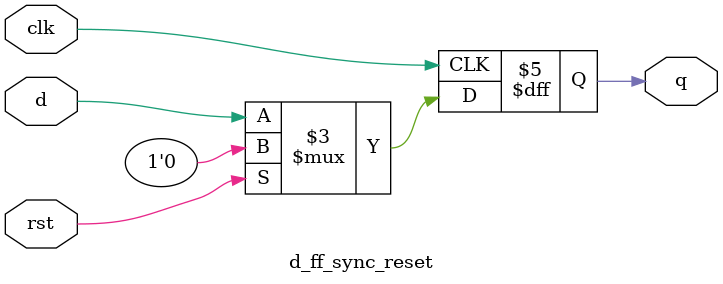
<source format=sv>
module d_ff_sync_reset (
    input wire clk,
    input wire rst,
    input wire d,
    output reg q
);
    // 直接在输出处进行寄存操作，而不是在输入处
    always @(posedge clk) begin
        // 复位逻辑直接在这里处理，无需单独的rst_reg
        if (rst)
            q <= 1'b0;
        else
            q <= d;
    end
    
endmodule
</source>
